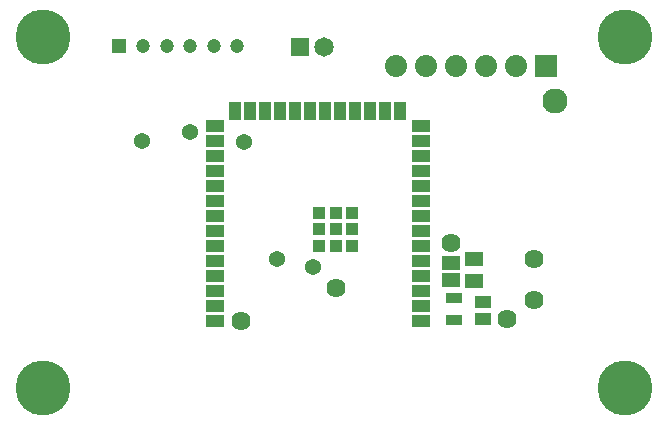
<source format=gts>
G04*
G04 #@! TF.GenerationSoftware,Altium Limited,Altium Designer,23.4.1 (23)*
G04*
G04 Layer_Color=8388736*
%FSLAX44Y44*%
%MOMM*%
G71*
G04*
G04 #@! TF.SameCoordinates,A0B98803-91D0-4B0B-9526-B44C3162FC5B*
G04*
G04*
G04 #@! TF.FilePolarity,Negative*
G04*
G01*
G75*
%ADD18R,1.4000X0.9500*%
%ADD19R,1.3562X1.0546*%
%ADD20R,1.0500X1.0500*%
%ADD21R,1.6500X1.0500*%
%ADD22R,1.0500X1.6500*%
%ADD23R,1.5000X1.2500*%
%ADD24R,1.5500X1.1500*%
%ADD25C,2.1300*%
%ADD26C,4.6500*%
%ADD27C,1.8750*%
%ADD28R,1.8750X1.8750*%
%ADD29R,1.6500X1.6500*%
%ADD30C,1.6500*%
%ADD31C,1.2000*%
%ADD32R,1.2000X1.2000*%
%ADD33C,1.3692*%
%ADD34C,1.6232*%
D18*
X1120140Y550820D02*
D03*
Y569320D02*
D03*
D19*
X1144270Y551542D02*
D03*
Y566058D02*
D03*
D20*
X1005570Y613310D02*
D03*
Y627310D02*
D03*
Y641310D02*
D03*
X1019570D02*
D03*
X1033570D02*
D03*
Y627310D02*
D03*
Y613310D02*
D03*
X1019570D02*
D03*
Y627310D02*
D03*
D21*
X917070Y550110D02*
D03*
Y562810D02*
D03*
Y575510D02*
D03*
Y588210D02*
D03*
Y600910D02*
D03*
Y613610D02*
D03*
Y626310D02*
D03*
Y639010D02*
D03*
Y651710D02*
D03*
Y664410D02*
D03*
Y677110D02*
D03*
Y689810D02*
D03*
Y702510D02*
D03*
Y715210D02*
D03*
X1092070D02*
D03*
Y702510D02*
D03*
Y689810D02*
D03*
Y677110D02*
D03*
Y664410D02*
D03*
Y651710D02*
D03*
Y639010D02*
D03*
Y626310D02*
D03*
Y613610D02*
D03*
Y600910D02*
D03*
Y588210D02*
D03*
Y575510D02*
D03*
Y562810D02*
D03*
Y550110D02*
D03*
D22*
X934720Y727710D02*
D03*
X947420D02*
D03*
X960120D02*
D03*
X972820D02*
D03*
X985520D02*
D03*
X998220D02*
D03*
X1010920D02*
D03*
X1023620D02*
D03*
X1036320D02*
D03*
X1049020D02*
D03*
X1061720D02*
D03*
X1074420D02*
D03*
D23*
X1117600Y584820D02*
D03*
Y598820D02*
D03*
D24*
X1136650Y602590D02*
D03*
Y583590D02*
D03*
D25*
X1205150Y736320D02*
D03*
D26*
X1264920Y492760D02*
D03*
X772160Y789940D02*
D03*
Y492760D02*
D03*
X1264920Y789940D02*
D03*
D27*
X1070610Y765920D02*
D03*
X1096010D02*
D03*
X1121410D02*
D03*
X1146810D02*
D03*
X1172210D02*
D03*
D28*
X1197610D02*
D03*
D29*
X989490Y781470D02*
D03*
D30*
X1009490D02*
D03*
D31*
X936460Y782470D02*
D03*
X916460D02*
D03*
X896460D02*
D03*
X876460D02*
D03*
X856460D02*
D03*
D32*
X836460D02*
D03*
D33*
X1000760Y595630D02*
D03*
X970280Y601980D02*
D03*
X896620Y709930D02*
D03*
X855980Y702310D02*
D03*
X942340Y701040D02*
D03*
D34*
X1187450Y567690D02*
D03*
Y601980D02*
D03*
X1117600Y615950D02*
D03*
X939800Y549910D02*
D03*
X1019810Y577850D02*
D03*
X1164590Y551180D02*
D03*
M02*

</source>
